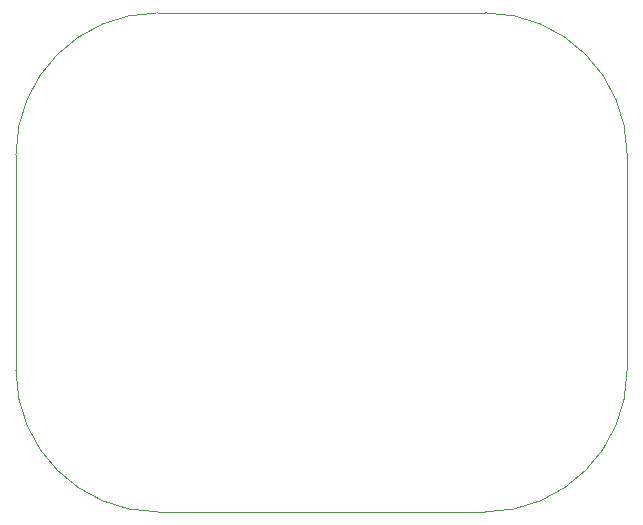
<source format=gbr>
%TF.GenerationSoftware,KiCad,Pcbnew,8.0.5-dirty*%
%TF.CreationDate,2024-11-05T15:40:09+03:00*%
%TF.ProjectId,switcher,73776974-6368-4657-922e-6b696361645f,rev?*%
%TF.SameCoordinates,Original*%
%TF.FileFunction,Profile,NP*%
%FSLAX46Y46*%
G04 Gerber Fmt 4.6, Leading zero omitted, Abs format (unit mm)*
G04 Created by KiCad (PCBNEW 8.0.5-dirty) date 2024-11-05 15:40:09*
%MOMM*%
%LPD*%
G01*
G04 APERTURE LIST*
%TA.AperFunction,Profile*%
%ADD10C,0.100000*%
%TD*%
G04 APERTURE END LIST*
D10*
X154500000Y-101500000D02*
X126750000Y-101500000D01*
X166500000Y-89250000D02*
X166500000Y-89500000D01*
X126750000Y-101500000D02*
G75*
G02*
X114750000Y-89500000I0J12000000D01*
G01*
X166500000Y-71250000D02*
X166500000Y-71750000D01*
X114750000Y-89500000D02*
X114750000Y-89250000D01*
X126750000Y-59250000D02*
X154500000Y-59250000D01*
X154500000Y-59250000D02*
G75*
G02*
X166500000Y-71250000I0J-12000000D01*
G01*
X166500000Y-71750000D02*
X166500000Y-89250000D01*
X114750000Y-89250000D02*
X114750000Y-71750000D01*
X114750000Y-71250000D02*
G75*
G02*
X126750000Y-59250000I12000000J0D01*
G01*
X166500000Y-89500000D02*
G75*
G02*
X154500000Y-101500000I-12000000J0D01*
G01*
X114750000Y-71750000D02*
X114750000Y-71250000D01*
M02*

</source>
